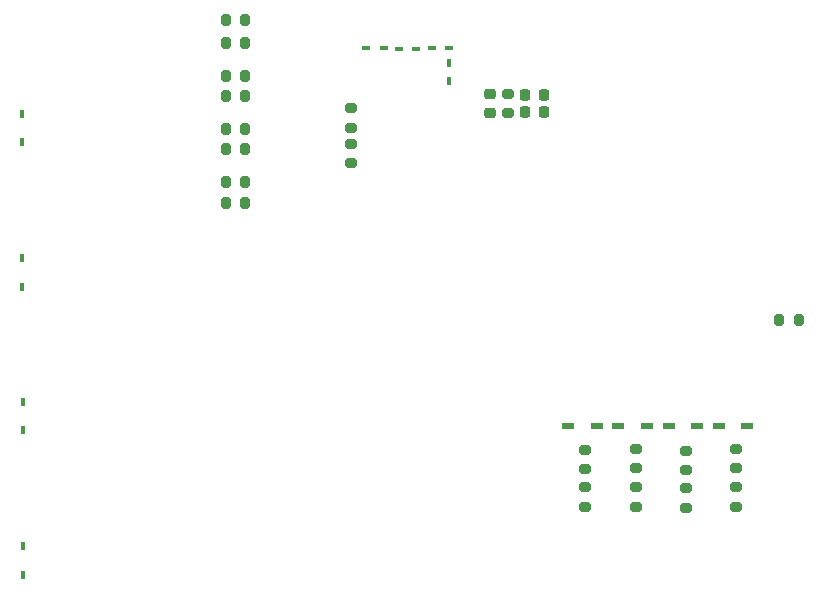
<source format=gbr>
%TF.GenerationSoftware,KiCad,Pcbnew,9.0.3*%
%TF.CreationDate,2025-07-23T10:37:13+02:00*%
%TF.ProjectId,DinoSpand_v2.0,44696e6f-5370-4616-9e64-5f76322e302e,rev?*%
%TF.SameCoordinates,Original*%
%TF.FileFunction,Paste,Bot*%
%TF.FilePolarity,Positive*%
%FSLAX46Y46*%
G04 Gerber Fmt 4.6, Leading zero omitted, Abs format (unit mm)*
G04 Created by KiCad (PCBNEW 9.0.3) date 2025-07-23 10:37:13*
%MOMM*%
%LPD*%
G01*
G04 APERTURE LIST*
G04 Aperture macros list*
%AMRoundRect*
0 Rectangle with rounded corners*
0 $1 Rounding radius*
0 $2 $3 $4 $5 $6 $7 $8 $9 X,Y pos of 4 corners*
0 Add a 4 corners polygon primitive as box body*
4,1,4,$2,$3,$4,$5,$6,$7,$8,$9,$2,$3,0*
0 Add four circle primitives for the rounded corners*
1,1,$1+$1,$2,$3*
1,1,$1+$1,$4,$5*
1,1,$1+$1,$6,$7*
1,1,$1+$1,$8,$9*
0 Add four rect primitives between the rounded corners*
20,1,$1+$1,$2,$3,$4,$5,0*
20,1,$1+$1,$4,$5,$6,$7,0*
20,1,$1+$1,$6,$7,$8,$9,0*
20,1,$1+$1,$8,$9,$2,$3,0*%
G04 Aperture macros list end*
%ADD10RoundRect,0.200000X0.200000X0.275000X-0.200000X0.275000X-0.200000X-0.275000X0.200000X-0.275000X0*%
%ADD11R,0.640000X0.420000*%
%ADD12RoundRect,0.200000X0.275000X-0.200000X0.275000X0.200000X-0.275000X0.200000X-0.275000X-0.200000X0*%
%ADD13RoundRect,0.225000X-0.225000X-0.250000X0.225000X-0.250000X0.225000X0.250000X-0.225000X0.250000X0*%
%ADD14R,1.000000X0.500000*%
%ADD15R,0.420000X0.720000*%
%ADD16RoundRect,0.225000X-0.250000X0.225000X-0.250000X-0.225000X0.250000X-0.225000X0.250000X0.225000X0*%
%ADD17RoundRect,0.200000X-0.275000X0.200000X-0.275000X-0.200000X0.275000X-0.200000X0.275000X0.200000X0*%
%ADD18R,0.420000X0.640000*%
G04 APERTURE END LIST*
D10*
%TO.C,R10*%
X110975000Y-51075000D03*
X109325000Y-51075000D03*
%TD*%
D11*
%TO.C,D15*%
X126750000Y-44250000D03*
X128250000Y-44250000D03*
%TD*%
D12*
%TO.C,R30*%
X148250000Y-80000000D03*
X148250000Y-78350000D03*
%TD*%
D13*
%TO.C,C2*%
X134675000Y-48175000D03*
X136225000Y-48175000D03*
%TD*%
D12*
%TO.C,R1*%
X133200000Y-49750000D03*
X133200000Y-48100000D03*
%TD*%
%TO.C,R26*%
X144000000Y-79825000D03*
X144000000Y-78175000D03*
%TD*%
D10*
%TO.C,R14*%
X110975000Y-55575000D03*
X109325000Y-55575000D03*
%TD*%
D13*
%TO.C,C1*%
X134675000Y-49675000D03*
X136225000Y-49675000D03*
%TD*%
D10*
%TO.C,R2*%
X110975000Y-41825000D03*
X109325000Y-41825000D03*
%TD*%
%TO.C,R6*%
X110975000Y-48325000D03*
X109325000Y-48325000D03*
%TD*%
%TO.C,R11*%
X110975000Y-52825000D03*
X109325000Y-52825000D03*
%TD*%
D12*
%TO.C,R29*%
X148250000Y-83175000D03*
X148250000Y-81525000D03*
%TD*%
D10*
%TO.C,R5*%
X110975000Y-46575000D03*
X109325000Y-46575000D03*
%TD*%
D14*
%TO.C,D11*%
X149200000Y-76250000D03*
X146800000Y-76250000D03*
%TD*%
D15*
%TO.C,D6*%
X92101551Y-88820552D03*
X92101551Y-86420552D03*
%TD*%
D16*
%TO.C,C3*%
X131700000Y-48150000D03*
X131700000Y-49700000D03*
%TD*%
D17*
%TO.C,R4*%
X119925000Y-49350000D03*
X119925000Y-51000000D03*
%TD*%
D14*
%TO.C,D8*%
X153450000Y-76250000D03*
X151050000Y-76250000D03*
%TD*%
D15*
%TO.C,D3*%
X92098888Y-76591233D03*
X92098888Y-74191233D03*
%TD*%
D11*
%TO.C,D14*%
X123940000Y-44276476D03*
X125440000Y-44276476D03*
%TD*%
D10*
%TO.C,R15*%
X110975000Y-57325000D03*
X109325000Y-57325000D03*
%TD*%
%TO.C,R31*%
X157825000Y-67250000D03*
X156175000Y-67250000D03*
%TD*%
D12*
%TO.C,R24*%
X152500000Y-79825000D03*
X152500000Y-78175000D03*
%TD*%
D18*
%TO.C,D12*%
X128190000Y-47000000D03*
X128190000Y-45500000D03*
%TD*%
D10*
%TO.C,R3*%
X110975000Y-43825000D03*
X109325000Y-43825000D03*
%TD*%
D14*
%TO.C,D10*%
X140700000Y-76261340D03*
X138300000Y-76261340D03*
%TD*%
D12*
%TO.C,R25*%
X144000000Y-83075000D03*
X144000000Y-81425000D03*
%TD*%
D15*
%TO.C,D1*%
X92075000Y-52225000D03*
X92075000Y-49825000D03*
%TD*%
D12*
%TO.C,R28*%
X139750000Y-79911340D03*
X139750000Y-78261340D03*
%TD*%
%TO.C,R7*%
X119925000Y-54000000D03*
X119925000Y-52350000D03*
%TD*%
%TO.C,R27*%
X139750000Y-83086340D03*
X139750000Y-81436340D03*
%TD*%
D14*
%TO.C,D9*%
X144950000Y-76250000D03*
X142550000Y-76250000D03*
%TD*%
D11*
%TO.C,D13*%
X121190000Y-44250000D03*
X122690000Y-44250000D03*
%TD*%
D12*
%TO.C,R23*%
X152500000Y-83075000D03*
X152500000Y-81425000D03*
%TD*%
D15*
%TO.C,D2*%
X92062612Y-64442980D03*
X92062612Y-62042980D03*
%TD*%
M02*

</source>
